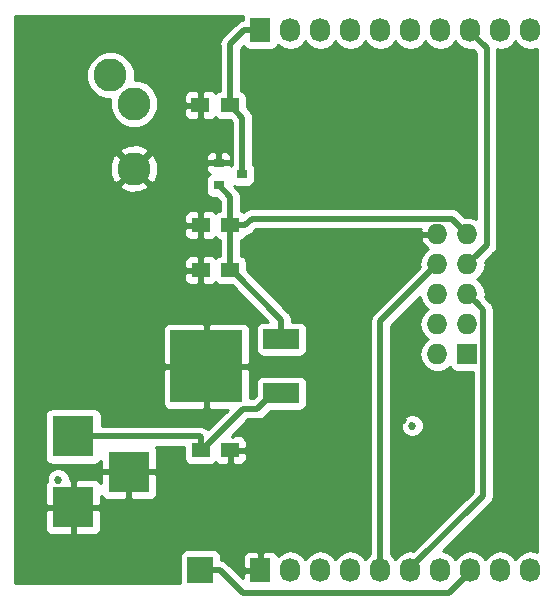
<source format=gbr>
G04 #@! TF.GenerationSoftware,KiCad,Pcbnew,5.0.0-rc2*
G04 #@! TF.CreationDate,2018-12-06T01:23:10-05:00*
G04 #@! TF.ProjectId,msp_shield,6D73705F736869656C642E6B69636164,rev?*
G04 #@! TF.SameCoordinates,Original*
G04 #@! TF.FileFunction,Copper,L1,Top,Signal*
G04 #@! TF.FilePolarity,Positive*
%FSLAX46Y46*%
G04 Gerber Fmt 4.6, Leading zero omitted, Abs format (unit mm)*
G04 Created by KiCad (PCBNEW 5.0.0-rc2) date Thu Dec  6 01:23:10 2018*
%MOMM*%
%LPD*%
G01*
G04 APERTURE LIST*
G04 #@! TA.AperFunction,ComponentPad*
%ADD10R,2.235200X2.235200*%
G04 #@! TD*
G04 #@! TA.AperFunction,SMDPad,CuDef*
%ADD11R,1.500000X1.250000*%
G04 #@! TD*
G04 #@! TA.AperFunction,ComponentPad*
%ADD12R,3.500120X3.500120*%
G04 #@! TD*
G04 #@! TA.AperFunction,ComponentPad*
%ADD13C,2.800000*%
G04 #@! TD*
G04 #@! TA.AperFunction,ComponentPad*
%ADD14R,1.727200X2.032000*%
G04 #@! TD*
G04 #@! TA.AperFunction,ComponentPad*
%ADD15O,1.727200X2.032000*%
G04 #@! TD*
G04 #@! TA.AperFunction,ComponentPad*
%ADD16R,1.727200X1.727200*%
G04 #@! TD*
G04 #@! TA.AperFunction,ComponentPad*
%ADD17O,1.727200X1.727200*%
G04 #@! TD*
G04 #@! TA.AperFunction,SMDPad,CuDef*
%ADD18R,3.048000X1.651000*%
G04 #@! TD*
G04 #@! TA.AperFunction,SMDPad,CuDef*
%ADD19R,6.096000X6.096000*%
G04 #@! TD*
G04 #@! TA.AperFunction,SMDPad,CuDef*
%ADD20R,0.900000X0.800000*%
G04 #@! TD*
G04 #@! TA.AperFunction,ViaPad*
%ADD21C,0.685800*%
G04 #@! TD*
G04 #@! TA.AperFunction,Conductor*
%ADD22C,0.508000*%
G04 #@! TD*
G04 #@! TA.AperFunction,Conductor*
%ADD23C,0.254000*%
G04 #@! TD*
G04 APERTURE END LIST*
D10*
G04 #@! TO.P,P3,1*
G04 #@! TO.N,/P2.5*
X131426646Y-111804226D03*
G04 #@! TD*
D11*
G04 #@! TO.P,C1,1*
G04 #@! TO.N,Net-(C1-Pad1)*
X131446646Y-101644226D03*
G04 #@! TO.P,C1,2*
G04 #@! TO.N,GND*
X133946646Y-101644226D03*
G04 #@! TD*
G04 #@! TO.P,C2,2*
G04 #@! TO.N,GND*
X131446646Y-86404226D03*
G04 #@! TO.P,C2,1*
G04 #@! TO.N,+5V*
X133946646Y-86404226D03*
G04 #@! TD*
G04 #@! TO.P,C3,1*
G04 #@! TO.N,+5V*
X133946646Y-82594226D03*
G04 #@! TO.P,C3,2*
G04 #@! TO.N,GND*
X131446646Y-82594226D03*
G04 #@! TD*
G04 #@! TO.P,C4,2*
G04 #@! TO.N,GND*
X131426646Y-72434226D03*
G04 #@! TO.P,C4,1*
G04 #@! TO.N,+3V3*
X133926646Y-72434226D03*
G04 #@! TD*
D12*
G04 #@! TO.P,CON1,1*
G04 #@! TO.N,Net-(C1-Pad1)*
X120650000Y-100479860D03*
G04 #@! TO.P,CON1,2*
G04 #@! TO.N,GND*
X120650000Y-106479340D03*
G04 #@! TO.P,CON1,3*
X125349000Y-103479600D03*
G04 #@! TD*
D13*
G04 #@! TO.P,J1,S*
G04 #@! TO.N,/P1.1*
X123806646Y-69894226D03*
G04 #@! TO.P,J1,T*
G04 #@! TO.N,/P1.2*
X125806646Y-72294226D03*
G04 #@! TO.P,J1,R*
G04 #@! TO.N,GND*
X125806646Y-77794226D03*
G04 #@! TD*
D14*
G04 #@! TO.P,P1,1*
G04 #@! TO.N,GND*
X136506646Y-111804226D03*
D15*
G04 #@! TO.P,P1,2*
G04 #@! TO.N,/XIN*
X139046646Y-111804226D03*
G04 #@! TO.P,P1,3*
G04 #@! TO.N,/XOUT*
X141586646Y-111804226D03*
G04 #@! TO.P,P1,4*
G04 #@! TO.N,/TEST*
X144126646Y-111804226D03*
G04 #@! TO.P,P1,5*
G04 #@! TO.N,/RST*
X146666646Y-111804226D03*
G04 #@! TO.P,P1,6*
G04 #@! TO.N,/MOSI*
X149206646Y-111804226D03*
G04 #@! TO.P,P1,7*
G04 #@! TO.N,/MISO*
X151746646Y-111804226D03*
G04 #@! TO.P,P1,8*
G04 #@! TO.N,/P2.5*
X154286646Y-111804226D03*
G04 #@! TO.P,P1,9*
G04 #@! TO.N,/P2.4*
X156826646Y-111804226D03*
G04 #@! TO.P,P1,10*
G04 #@! TO.N,/P2.3*
X159366646Y-111804226D03*
G04 #@! TD*
G04 #@! TO.P,P2,10*
G04 #@! TO.N,/P2.2*
X159366646Y-66084226D03*
G04 #@! TO.P,P2,9*
G04 #@! TO.N,/P2.1*
X156826646Y-66084226D03*
G04 #@! TO.P,P2,8*
G04 #@! TO.N,/CS*
X154286646Y-66084226D03*
G04 #@! TO.P,P2,7*
G04 #@! TO.N,/P1.5*
X151746646Y-66084226D03*
G04 #@! TO.P,P2,6*
G04 #@! TO.N,/P1.4*
X149206646Y-66084226D03*
G04 #@! TO.P,P2,5*
G04 #@! TO.N,/P1.3*
X146666646Y-66084226D03*
G04 #@! TO.P,P2,4*
G04 #@! TO.N,/P1.2*
X144126646Y-66084226D03*
G04 #@! TO.P,P2,3*
G04 #@! TO.N,/P1.1*
X141586646Y-66084226D03*
G04 #@! TO.P,P2,2*
G04 #@! TO.N,/P1.0*
X139046646Y-66084226D03*
D14*
G04 #@! TO.P,P2,1*
G04 #@! TO.N,+3V3*
X136506646Y-66084226D03*
G04 #@! TD*
D16*
G04 #@! TO.P,P4,1*
G04 #@! TO.N,/CLKOUT*
X154032646Y-93516226D03*
D17*
G04 #@! TO.P,P4,2*
G04 #@! TO.N,/INT*
X151492646Y-93516226D03*
G04 #@! TO.P,P4,3*
G04 #@! TO.N,/WOL*
X154032646Y-90976226D03*
G04 #@! TO.P,P4,4*
G04 #@! TO.N,/MISO*
X151492646Y-90976226D03*
G04 #@! TO.P,P4,5*
G04 #@! TO.N,/MOSI*
X154032646Y-88436226D03*
G04 #@! TO.P,P4,6*
G04 #@! TO.N,/P1.5*
X151492646Y-88436226D03*
G04 #@! TO.P,P4,7*
G04 #@! TO.N,/CS*
X154032646Y-85896226D03*
G04 #@! TO.P,P4,8*
G04 #@! TO.N,/RST*
X151492646Y-85896226D03*
G04 #@! TO.P,P4,9*
G04 #@! TO.N,+5V*
X154032646Y-83356226D03*
G04 #@! TO.P,P4,10*
G04 #@! TO.N,GND*
X151492646Y-83356226D03*
G04 #@! TD*
D18*
G04 #@! TO.P,U1,1*
G04 #@! TO.N,Net-(C1-Pad1)*
X138284646Y-96818226D03*
D19*
G04 #@! TO.P,U1,2*
G04 #@! TO.N,GND*
X131934646Y-94532226D03*
D18*
G04 #@! TO.P,U1,3*
G04 #@! TO.N,+5V*
X138284646Y-92246226D03*
G04 #@! TD*
D20*
G04 #@! TO.P,U2,1*
G04 #@! TO.N,GND*
X132966646Y-77326226D03*
G04 #@! TO.P,U2,2*
G04 #@! TO.N,+5V*
X132966646Y-79226226D03*
G04 #@! TO.P,U2,3*
G04 #@! TO.N,+3V3*
X134966646Y-78276226D03*
G04 #@! TD*
D21*
G04 #@! TO.N,*
X149352000Y-99568000D03*
X119380000Y-104140000D03*
G04 #@! TO.N,GND*
X148590000Y-99060000D03*
X147828000Y-98552000D03*
X142240000Y-97536000D03*
X138684000Y-100076000D03*
X142240000Y-103632000D03*
X157480000Y-101600000D03*
X157480000Y-94996000D03*
X146304000Y-86868000D03*
X145288000Y-85344000D03*
X141732000Y-84836000D03*
X140716000Y-84328000D03*
X139192000Y-84836000D03*
X137160000Y-85344000D03*
X140716000Y-71120000D03*
X140716000Y-71120000D03*
X140716000Y-71120000D03*
X136652000Y-106172000D03*
X129540000Y-108204000D03*
X129032000Y-106680000D03*
G04 #@! TD*
D22*
G04 #@! TO.N,Net-(C1-Pad1)*
X131415280Y-100479860D02*
X131446646Y-100511226D01*
X131446646Y-100511226D02*
X131446646Y-101644226D01*
X120650000Y-100479860D02*
X131415280Y-100479860D01*
X137586146Y-96818226D02*
X138284646Y-96818226D01*
X136252646Y-98151726D02*
X137586146Y-96818226D01*
X135064146Y-98151726D02*
X136252646Y-98151726D01*
X131571646Y-101644226D02*
X135064146Y-98151726D01*
X131446646Y-101644226D02*
X131571646Y-101644226D01*
G04 #@! TO.N,+5V*
X134071646Y-86404226D02*
X133946646Y-86404226D01*
X138284646Y-90617226D02*
X134071646Y-86404226D01*
X138284646Y-92246226D02*
X138284646Y-90617226D01*
X133946646Y-86404226D02*
X133946646Y-82594226D01*
X133946646Y-80206226D02*
X132966646Y-79226226D01*
X133946646Y-82594226D02*
X133946646Y-80206226D01*
X153169047Y-82492627D02*
X154032646Y-83356226D01*
X152715045Y-82038625D02*
X153169047Y-82492627D01*
X135760247Y-82038625D02*
X152715045Y-82038625D01*
X135204646Y-82594226D02*
X135760247Y-82038625D01*
X133946646Y-82594226D02*
X135204646Y-82594226D01*
G04 #@! TO.N,+3V3*
X134966646Y-73474226D02*
X133926646Y-72434226D01*
X134966646Y-78276226D02*
X134966646Y-73474226D01*
X135135046Y-66084226D02*
X136506646Y-66084226D01*
X133926646Y-67292626D02*
X135135046Y-66084226D01*
X133926646Y-72434226D02*
X133926646Y-67292626D01*
G04 #@! TO.N,/RST*
X146666646Y-90722226D02*
X151492646Y-85896226D01*
X146666646Y-111804226D02*
X146666646Y-90722226D01*
G04 #@! TO.N,/MOSI*
X154896245Y-89299825D02*
X154032646Y-88436226D01*
X155350247Y-89753827D02*
X154896245Y-89299825D01*
X155350247Y-105508225D02*
X155350247Y-89753827D01*
X149206646Y-111651826D02*
X155350247Y-105508225D01*
X149206646Y-111804226D02*
X149206646Y-111651826D01*
G04 #@! TO.N,/P2.5*
X154286646Y-111956626D02*
X154286646Y-111804226D01*
X152472282Y-113770990D02*
X154286646Y-111956626D01*
X133052246Y-111804226D02*
X135019010Y-113770990D01*
X135019010Y-113770990D02*
X152472282Y-113770990D01*
X131426646Y-111804226D02*
X133052246Y-111804226D01*
G04 #@! TO.N,/CS*
X154896245Y-85032627D02*
X154032646Y-85896226D01*
X155658246Y-84270626D02*
X154896245Y-85032627D01*
X155658246Y-67608226D02*
X155658246Y-84270626D01*
X154286646Y-66236626D02*
X155658246Y-67608226D01*
X154286646Y-66084226D02*
X154286646Y-66236626D01*
G04 #@! TD*
D23*
G04 #@! TO.N,GND*
G36*
X134995606Y-65068226D02*
X134995606Y-65205546D01*
X134788175Y-65246807D01*
X134663354Y-65330210D01*
X134494113Y-65443293D01*
X134444517Y-65517519D01*
X133359940Y-66602097D01*
X133285714Y-66651693D01*
X133236118Y-66725919D01*
X133236117Y-66725920D01*
X133089228Y-66945756D01*
X133020230Y-67292626D01*
X133037647Y-67380185D01*
X133037646Y-71189434D01*
X132928881Y-71211069D01*
X132718837Y-71351417D01*
X132677992Y-71412546D01*
X132536344Y-71270899D01*
X132302955Y-71174226D01*
X131712396Y-71174226D01*
X131553646Y-71332976D01*
X131553646Y-72307226D01*
X131573646Y-72307226D01*
X131573646Y-72561226D01*
X131553646Y-72561226D01*
X131553646Y-73535476D01*
X131712396Y-73694226D01*
X132302955Y-73694226D01*
X132536344Y-73597553D01*
X132677992Y-73455906D01*
X132718837Y-73517035D01*
X132928881Y-73657383D01*
X133176646Y-73706666D01*
X133941850Y-73706666D01*
X134077647Y-73842463D01*
X134077646Y-77405849D01*
X134058837Y-77418417D01*
X133978427Y-77538757D01*
X133892896Y-77453226D01*
X133093646Y-77453226D01*
X133093646Y-77473226D01*
X132839646Y-77473226D01*
X132839646Y-77453226D01*
X132040396Y-77453226D01*
X131881646Y-77611976D01*
X131881646Y-77852536D01*
X131978319Y-78085925D01*
X132156948Y-78264553D01*
X132192340Y-78279213D01*
X132058837Y-78368417D01*
X131918489Y-78578461D01*
X131869206Y-78826226D01*
X131869206Y-79626226D01*
X131918489Y-79873991D01*
X132058837Y-80084035D01*
X132268881Y-80224383D01*
X132516646Y-80273666D01*
X132756851Y-80273666D01*
X133057647Y-80574463D01*
X133057647Y-81349434D01*
X132948881Y-81371069D01*
X132738837Y-81511417D01*
X132697992Y-81572546D01*
X132556344Y-81430899D01*
X132322955Y-81334226D01*
X131732396Y-81334226D01*
X131573646Y-81492976D01*
X131573646Y-82467226D01*
X131593646Y-82467226D01*
X131593646Y-82721226D01*
X131573646Y-82721226D01*
X131573646Y-83695476D01*
X131732396Y-83854226D01*
X132322955Y-83854226D01*
X132556344Y-83757553D01*
X132697992Y-83615906D01*
X132738837Y-83677035D01*
X132948881Y-83817383D01*
X133057647Y-83839018D01*
X133057646Y-85159434D01*
X132948881Y-85181069D01*
X132738837Y-85321417D01*
X132697992Y-85382546D01*
X132556344Y-85240899D01*
X132322955Y-85144226D01*
X131732396Y-85144226D01*
X131573646Y-85302976D01*
X131573646Y-86277226D01*
X131593646Y-86277226D01*
X131593646Y-86531226D01*
X131573646Y-86531226D01*
X131573646Y-87505476D01*
X131732396Y-87664226D01*
X132322955Y-87664226D01*
X132556344Y-87567553D01*
X132697992Y-87425906D01*
X132738837Y-87487035D01*
X132948881Y-87627383D01*
X133196646Y-87676666D01*
X134086851Y-87676666D01*
X137183470Y-90773286D01*
X136760646Y-90773286D01*
X136512881Y-90822569D01*
X136302837Y-90962917D01*
X136162489Y-91172961D01*
X136113206Y-91420726D01*
X136113206Y-93071726D01*
X136162489Y-93319491D01*
X136302837Y-93529535D01*
X136512881Y-93669883D01*
X136760646Y-93719166D01*
X139808646Y-93719166D01*
X140056411Y-93669883D01*
X140266455Y-93529535D01*
X140406803Y-93319491D01*
X140456086Y-93071726D01*
X140456086Y-91420726D01*
X140406803Y-91172961D01*
X140266455Y-90962917D01*
X140056411Y-90822569D01*
X139808646Y-90773286D01*
X139173646Y-90773286D01*
X139173646Y-90704781D01*
X139191062Y-90617226D01*
X139173646Y-90529670D01*
X139122065Y-90270357D01*
X139045334Y-90155520D01*
X138975175Y-90050519D01*
X138975173Y-90050517D01*
X138925579Y-89976294D01*
X138851356Y-89926700D01*
X135344086Y-86419431D01*
X135344086Y-85779226D01*
X135294803Y-85531461D01*
X135154455Y-85321417D01*
X134944411Y-85181069D01*
X134835645Y-85159434D01*
X134835646Y-83839018D01*
X134944411Y-83817383D01*
X135154455Y-83677035D01*
X135282691Y-83485118D01*
X135292201Y-83483226D01*
X135292202Y-83483226D01*
X135551516Y-83431645D01*
X135845579Y-83235159D01*
X135895177Y-83160930D01*
X136128482Y-82927625D01*
X150066505Y-82927625D01*
X150037688Y-82997200D01*
X150158829Y-83229226D01*
X151365646Y-83229226D01*
X151365646Y-83209226D01*
X151619646Y-83209226D01*
X151619646Y-83229226D01*
X151639646Y-83229226D01*
X151639646Y-83483226D01*
X151619646Y-83483226D01*
X151619646Y-83503226D01*
X151365646Y-83503226D01*
X151365646Y-83483226D01*
X150158829Y-83483226D01*
X150037688Y-83715252D01*
X150209958Y-84131173D01*
X150604156Y-84563047D01*
X150713667Y-84614372D01*
X150412216Y-84815796D01*
X150080996Y-85311501D01*
X149964687Y-85896226D01*
X150009603Y-86122033D01*
X146099940Y-90031697D01*
X146025714Y-90081293D01*
X145976118Y-90155519D01*
X145976117Y-90155520D01*
X145829228Y-90375356D01*
X145760230Y-90722226D01*
X145777647Y-90809786D01*
X145777646Y-110443487D01*
X145586216Y-110571397D01*
X145396646Y-110855108D01*
X145207075Y-110571396D01*
X144711370Y-110240176D01*
X144126646Y-110123867D01*
X143541921Y-110240177D01*
X143046216Y-110571397D01*
X142856646Y-110855108D01*
X142667075Y-110571396D01*
X142171370Y-110240176D01*
X141586646Y-110123867D01*
X141001921Y-110240177D01*
X140506216Y-110571397D01*
X140316646Y-110855108D01*
X140127075Y-110571396D01*
X139631370Y-110240176D01*
X139046646Y-110123867D01*
X138461921Y-110240177D01*
X137967419Y-110570593D01*
X137908573Y-110428528D01*
X137729945Y-110249899D01*
X137496556Y-110153226D01*
X136792396Y-110153226D01*
X136633646Y-110311976D01*
X136633646Y-111677226D01*
X136653646Y-111677226D01*
X136653646Y-111931226D01*
X136633646Y-111931226D01*
X136633646Y-111951226D01*
X136379646Y-111951226D01*
X136379646Y-111931226D01*
X135166796Y-111931226D01*
X135008046Y-112089976D01*
X135008046Y-112502790D01*
X133742777Y-111237522D01*
X133693179Y-111163293D01*
X133399116Y-110966807D01*
X133191686Y-110925546D01*
X133191686Y-110686626D01*
X133186772Y-110661917D01*
X135008046Y-110661917D01*
X135008046Y-111518476D01*
X135166796Y-111677226D01*
X136379646Y-111677226D01*
X136379646Y-110311976D01*
X136220896Y-110153226D01*
X135516736Y-110153226D01*
X135283347Y-110249899D01*
X135104719Y-110428528D01*
X135008046Y-110661917D01*
X133186772Y-110661917D01*
X133142403Y-110438861D01*
X133002055Y-110228817D01*
X132792011Y-110088469D01*
X132544246Y-110039186D01*
X130309046Y-110039186D01*
X130061281Y-110088469D01*
X129851237Y-110228817D01*
X129710889Y-110438861D01*
X129661606Y-110686626D01*
X129661606Y-112903000D01*
X115697000Y-112903000D01*
X115697000Y-106765090D01*
X118264940Y-106765090D01*
X118264940Y-108355709D01*
X118361613Y-108589098D01*
X118540241Y-108767727D01*
X118773630Y-108864400D01*
X120364250Y-108864400D01*
X120523000Y-108705650D01*
X120523000Y-106606340D01*
X120777000Y-106606340D01*
X120777000Y-108705650D01*
X120935750Y-108864400D01*
X122526370Y-108864400D01*
X122759759Y-108767727D01*
X122938387Y-108589098D01*
X123035060Y-108355709D01*
X123035060Y-106765090D01*
X122876310Y-106606340D01*
X120777000Y-106606340D01*
X120523000Y-106606340D01*
X118423690Y-106606340D01*
X118264940Y-106765090D01*
X115697000Y-106765090D01*
X115697000Y-104602971D01*
X118264940Y-104602971D01*
X118264940Y-106193590D01*
X118423690Y-106352340D01*
X120523000Y-106352340D01*
X120523000Y-104253030D01*
X120777000Y-104253030D01*
X120777000Y-106352340D01*
X122876310Y-106352340D01*
X123035060Y-106193590D01*
X123035060Y-105527668D01*
X123060613Y-105589358D01*
X123239241Y-105767987D01*
X123472630Y-105864660D01*
X125063250Y-105864660D01*
X125222000Y-105705910D01*
X125222000Y-103606600D01*
X125476000Y-103606600D01*
X125476000Y-105705910D01*
X125634750Y-105864660D01*
X127225370Y-105864660D01*
X127458759Y-105767987D01*
X127637387Y-105589358D01*
X127734060Y-105355969D01*
X127734060Y-103765350D01*
X127575310Y-103606600D01*
X125476000Y-103606600D01*
X125222000Y-103606600D01*
X123122690Y-103606600D01*
X122963940Y-103765350D01*
X122963940Y-104431272D01*
X122938387Y-104369582D01*
X122759759Y-104190953D01*
X122526370Y-104094280D01*
X120935750Y-104094280D01*
X120777000Y-104253030D01*
X120523000Y-104253030D01*
X120364250Y-104094280D01*
X120357900Y-104094280D01*
X120357900Y-103945484D01*
X120209023Y-103586064D01*
X119933936Y-103310977D01*
X119574516Y-103162100D01*
X119185484Y-103162100D01*
X118826064Y-103310977D01*
X118550977Y-103586064D01*
X118402100Y-103945484D01*
X118402100Y-104329095D01*
X118361613Y-104369582D01*
X118264940Y-104602971D01*
X115697000Y-104602971D01*
X115697000Y-98729800D01*
X118252500Y-98729800D01*
X118252500Y-102229920D01*
X118301783Y-102477685D01*
X118442131Y-102687729D01*
X118652175Y-102828077D01*
X118899940Y-102877360D01*
X122400060Y-102877360D01*
X122647825Y-102828077D01*
X122857869Y-102687729D01*
X122963940Y-102528984D01*
X122963940Y-103193850D01*
X123122690Y-103352600D01*
X125222000Y-103352600D01*
X125222000Y-103332600D01*
X125476000Y-103332600D01*
X125476000Y-103352600D01*
X127575310Y-103352600D01*
X127734060Y-103193850D01*
X127734060Y-101603231D01*
X127637387Y-101369842D01*
X127636405Y-101368860D01*
X130049206Y-101368860D01*
X130049206Y-102269226D01*
X130098489Y-102516991D01*
X130238837Y-102727035D01*
X130448881Y-102867383D01*
X130696646Y-102916666D01*
X132196646Y-102916666D01*
X132444411Y-102867383D01*
X132654455Y-102727035D01*
X132695300Y-102665906D01*
X132836948Y-102807553D01*
X133070337Y-102904226D01*
X133660896Y-102904226D01*
X133819646Y-102745476D01*
X133819646Y-101771226D01*
X134073646Y-101771226D01*
X134073646Y-102745476D01*
X134232396Y-102904226D01*
X134822955Y-102904226D01*
X135056344Y-102807553D01*
X135234973Y-102628925D01*
X135331646Y-102395536D01*
X135331646Y-101929976D01*
X135172896Y-101771226D01*
X134073646Y-101771226D01*
X133819646Y-101771226D01*
X133799646Y-101771226D01*
X133799646Y-101517226D01*
X133819646Y-101517226D01*
X133819646Y-101497226D01*
X134073646Y-101497226D01*
X134073646Y-101517226D01*
X135172896Y-101517226D01*
X135331646Y-101358476D01*
X135331646Y-100892916D01*
X135234973Y-100659527D01*
X135056344Y-100480899D01*
X134822955Y-100384226D01*
X134232396Y-100384226D01*
X134073648Y-100542974D01*
X134073648Y-100399459D01*
X135432382Y-99040726D01*
X136165091Y-99040726D01*
X136252646Y-99058142D01*
X136340201Y-99040726D01*
X136340202Y-99040726D01*
X136599516Y-98989145D01*
X136893579Y-98792659D01*
X136943177Y-98718430D01*
X137370441Y-98291166D01*
X139808646Y-98291166D01*
X140056411Y-98241883D01*
X140266455Y-98101535D01*
X140406803Y-97891491D01*
X140456086Y-97643726D01*
X140456086Y-95992726D01*
X140406803Y-95744961D01*
X140266455Y-95534917D01*
X140056411Y-95394569D01*
X139808646Y-95345286D01*
X136760646Y-95345286D01*
X136512881Y-95394569D01*
X136302837Y-95534917D01*
X136162489Y-95744961D01*
X136113206Y-95992726D01*
X136113206Y-97033931D01*
X135884411Y-97262726D01*
X135617646Y-97262726D01*
X135617646Y-94817976D01*
X135458896Y-94659226D01*
X132061646Y-94659226D01*
X132061646Y-98056476D01*
X132220396Y-98215226D01*
X133743410Y-98215226D01*
X132087885Y-99870752D01*
X132087578Y-99870293D01*
X132068777Y-99857731D01*
X132056213Y-99838927D01*
X131762150Y-99642441D01*
X131502836Y-99590860D01*
X131502835Y-99590860D01*
X131415280Y-99573444D01*
X131327725Y-99590860D01*
X123047500Y-99590860D01*
X123047500Y-98729800D01*
X122998217Y-98482035D01*
X122857869Y-98271991D01*
X122647825Y-98131643D01*
X122400060Y-98082360D01*
X118899940Y-98082360D01*
X118652175Y-98131643D01*
X118442131Y-98271991D01*
X118301783Y-98482035D01*
X118252500Y-98729800D01*
X115697000Y-98729800D01*
X115697000Y-94817976D01*
X128251646Y-94817976D01*
X128251646Y-97706535D01*
X128348319Y-97939924D01*
X128526947Y-98118553D01*
X128760336Y-98215226D01*
X131648896Y-98215226D01*
X131807646Y-98056476D01*
X131807646Y-94659226D01*
X128410396Y-94659226D01*
X128251646Y-94817976D01*
X115697000Y-94817976D01*
X115697000Y-91357917D01*
X128251646Y-91357917D01*
X128251646Y-94246476D01*
X128410396Y-94405226D01*
X131807646Y-94405226D01*
X131807646Y-91007976D01*
X132061646Y-91007976D01*
X132061646Y-94405226D01*
X135458896Y-94405226D01*
X135617646Y-94246476D01*
X135617646Y-91357917D01*
X135520973Y-91124528D01*
X135342345Y-90945899D01*
X135108956Y-90849226D01*
X132220396Y-90849226D01*
X132061646Y-91007976D01*
X131807646Y-91007976D01*
X131648896Y-90849226D01*
X128760336Y-90849226D01*
X128526947Y-90945899D01*
X128348319Y-91124528D01*
X128251646Y-91357917D01*
X115697000Y-91357917D01*
X115697000Y-86689976D01*
X130061646Y-86689976D01*
X130061646Y-87155536D01*
X130158319Y-87388925D01*
X130336948Y-87567553D01*
X130570337Y-87664226D01*
X131160896Y-87664226D01*
X131319646Y-87505476D01*
X131319646Y-86531226D01*
X130220396Y-86531226D01*
X130061646Y-86689976D01*
X115697000Y-86689976D01*
X115697000Y-85652916D01*
X130061646Y-85652916D01*
X130061646Y-86118476D01*
X130220396Y-86277226D01*
X131319646Y-86277226D01*
X131319646Y-85302976D01*
X131160896Y-85144226D01*
X130570337Y-85144226D01*
X130336948Y-85240899D01*
X130158319Y-85419527D01*
X130061646Y-85652916D01*
X115697000Y-85652916D01*
X115697000Y-82879976D01*
X130061646Y-82879976D01*
X130061646Y-83345536D01*
X130158319Y-83578925D01*
X130336948Y-83757553D01*
X130570337Y-83854226D01*
X131160896Y-83854226D01*
X131319646Y-83695476D01*
X131319646Y-82721226D01*
X130220396Y-82721226D01*
X130061646Y-82879976D01*
X115697000Y-82879976D01*
X115697000Y-81842916D01*
X130061646Y-81842916D01*
X130061646Y-82308476D01*
X130220396Y-82467226D01*
X131319646Y-82467226D01*
X131319646Y-81492976D01*
X131160896Y-81334226D01*
X130570337Y-81334226D01*
X130336948Y-81430899D01*
X130158319Y-81609527D01*
X130061646Y-81842916D01*
X115697000Y-81842916D01*
X115697000Y-79235950D01*
X124544528Y-79235950D01*
X124692101Y-79544332D01*
X125446677Y-79837631D01*
X126256055Y-79819840D01*
X126921191Y-79544332D01*
X127068764Y-79235950D01*
X125806646Y-77973831D01*
X124544528Y-79235950D01*
X115697000Y-79235950D01*
X115697000Y-77434257D01*
X123763241Y-77434257D01*
X123781032Y-78243635D01*
X124056540Y-78908771D01*
X124364922Y-79056344D01*
X125627041Y-77794226D01*
X125986251Y-77794226D01*
X127248370Y-79056344D01*
X127556752Y-78908771D01*
X127850051Y-78154195D01*
X127832260Y-77344817D01*
X127606555Y-76799916D01*
X131881646Y-76799916D01*
X131881646Y-77040476D01*
X132040396Y-77199226D01*
X132839646Y-77199226D01*
X132839646Y-76449976D01*
X133093646Y-76449976D01*
X133093646Y-77199226D01*
X133892896Y-77199226D01*
X134051646Y-77040476D01*
X134051646Y-76799916D01*
X133954973Y-76566527D01*
X133776344Y-76387899D01*
X133542955Y-76291226D01*
X133252396Y-76291226D01*
X133093646Y-76449976D01*
X132839646Y-76449976D01*
X132680896Y-76291226D01*
X132390337Y-76291226D01*
X132156948Y-76387899D01*
X131978319Y-76566527D01*
X131881646Y-76799916D01*
X127606555Y-76799916D01*
X127556752Y-76679681D01*
X127248370Y-76532108D01*
X125986251Y-77794226D01*
X125627041Y-77794226D01*
X124364922Y-76532108D01*
X124056540Y-76679681D01*
X123763241Y-77434257D01*
X115697000Y-77434257D01*
X115697000Y-76352502D01*
X124544528Y-76352502D01*
X125806646Y-77614621D01*
X127068764Y-76352502D01*
X126921191Y-76044120D01*
X126166615Y-75750821D01*
X125357237Y-75768612D01*
X124692101Y-76044120D01*
X124544528Y-76352502D01*
X115697000Y-76352502D01*
X115697000Y-69489439D01*
X121771646Y-69489439D01*
X121771646Y-70299013D01*
X122081456Y-71046961D01*
X122653911Y-71619416D01*
X123401859Y-71929226D01*
X123771646Y-71929226D01*
X123771646Y-72699013D01*
X124081456Y-73446961D01*
X124653911Y-74019416D01*
X125401859Y-74329226D01*
X126211433Y-74329226D01*
X126959381Y-74019416D01*
X127531836Y-73446961D01*
X127832962Y-72719976D01*
X130041646Y-72719976D01*
X130041646Y-73185536D01*
X130138319Y-73418925D01*
X130316948Y-73597553D01*
X130550337Y-73694226D01*
X131140896Y-73694226D01*
X131299646Y-73535476D01*
X131299646Y-72561226D01*
X130200396Y-72561226D01*
X130041646Y-72719976D01*
X127832962Y-72719976D01*
X127841646Y-72699013D01*
X127841646Y-71889439D01*
X127756102Y-71682916D01*
X130041646Y-71682916D01*
X130041646Y-72148476D01*
X130200396Y-72307226D01*
X131299646Y-72307226D01*
X131299646Y-71332976D01*
X131140896Y-71174226D01*
X130550337Y-71174226D01*
X130316948Y-71270899D01*
X130138319Y-71449527D01*
X130041646Y-71682916D01*
X127756102Y-71682916D01*
X127531836Y-71141491D01*
X126959381Y-70569036D01*
X126211433Y-70259226D01*
X125841646Y-70259226D01*
X125841646Y-69489439D01*
X125531836Y-68741491D01*
X124959381Y-68169036D01*
X124211433Y-67859226D01*
X123401859Y-67859226D01*
X122653911Y-68169036D01*
X122081456Y-68741491D01*
X121771646Y-69489439D01*
X115697000Y-69489439D01*
X115697000Y-64897000D01*
X135029665Y-64897000D01*
X134995606Y-65068226D01*
X134995606Y-65068226D01*
G37*
X134995606Y-65068226D02*
X134995606Y-65205546D01*
X134788175Y-65246807D01*
X134663354Y-65330210D01*
X134494113Y-65443293D01*
X134444517Y-65517519D01*
X133359940Y-66602097D01*
X133285714Y-66651693D01*
X133236118Y-66725919D01*
X133236117Y-66725920D01*
X133089228Y-66945756D01*
X133020230Y-67292626D01*
X133037647Y-67380185D01*
X133037646Y-71189434D01*
X132928881Y-71211069D01*
X132718837Y-71351417D01*
X132677992Y-71412546D01*
X132536344Y-71270899D01*
X132302955Y-71174226D01*
X131712396Y-71174226D01*
X131553646Y-71332976D01*
X131553646Y-72307226D01*
X131573646Y-72307226D01*
X131573646Y-72561226D01*
X131553646Y-72561226D01*
X131553646Y-73535476D01*
X131712396Y-73694226D01*
X132302955Y-73694226D01*
X132536344Y-73597553D01*
X132677992Y-73455906D01*
X132718837Y-73517035D01*
X132928881Y-73657383D01*
X133176646Y-73706666D01*
X133941850Y-73706666D01*
X134077647Y-73842463D01*
X134077646Y-77405849D01*
X134058837Y-77418417D01*
X133978427Y-77538757D01*
X133892896Y-77453226D01*
X133093646Y-77453226D01*
X133093646Y-77473226D01*
X132839646Y-77473226D01*
X132839646Y-77453226D01*
X132040396Y-77453226D01*
X131881646Y-77611976D01*
X131881646Y-77852536D01*
X131978319Y-78085925D01*
X132156948Y-78264553D01*
X132192340Y-78279213D01*
X132058837Y-78368417D01*
X131918489Y-78578461D01*
X131869206Y-78826226D01*
X131869206Y-79626226D01*
X131918489Y-79873991D01*
X132058837Y-80084035D01*
X132268881Y-80224383D01*
X132516646Y-80273666D01*
X132756851Y-80273666D01*
X133057647Y-80574463D01*
X133057647Y-81349434D01*
X132948881Y-81371069D01*
X132738837Y-81511417D01*
X132697992Y-81572546D01*
X132556344Y-81430899D01*
X132322955Y-81334226D01*
X131732396Y-81334226D01*
X131573646Y-81492976D01*
X131573646Y-82467226D01*
X131593646Y-82467226D01*
X131593646Y-82721226D01*
X131573646Y-82721226D01*
X131573646Y-83695476D01*
X131732396Y-83854226D01*
X132322955Y-83854226D01*
X132556344Y-83757553D01*
X132697992Y-83615906D01*
X132738837Y-83677035D01*
X132948881Y-83817383D01*
X133057647Y-83839018D01*
X133057646Y-85159434D01*
X132948881Y-85181069D01*
X132738837Y-85321417D01*
X132697992Y-85382546D01*
X132556344Y-85240899D01*
X132322955Y-85144226D01*
X131732396Y-85144226D01*
X131573646Y-85302976D01*
X131573646Y-86277226D01*
X131593646Y-86277226D01*
X131593646Y-86531226D01*
X131573646Y-86531226D01*
X131573646Y-87505476D01*
X131732396Y-87664226D01*
X132322955Y-87664226D01*
X132556344Y-87567553D01*
X132697992Y-87425906D01*
X132738837Y-87487035D01*
X132948881Y-87627383D01*
X133196646Y-87676666D01*
X134086851Y-87676666D01*
X137183470Y-90773286D01*
X136760646Y-90773286D01*
X136512881Y-90822569D01*
X136302837Y-90962917D01*
X136162489Y-91172961D01*
X136113206Y-91420726D01*
X136113206Y-93071726D01*
X136162489Y-93319491D01*
X136302837Y-93529535D01*
X136512881Y-93669883D01*
X136760646Y-93719166D01*
X139808646Y-93719166D01*
X140056411Y-93669883D01*
X140266455Y-93529535D01*
X140406803Y-93319491D01*
X140456086Y-93071726D01*
X140456086Y-91420726D01*
X140406803Y-91172961D01*
X140266455Y-90962917D01*
X140056411Y-90822569D01*
X139808646Y-90773286D01*
X139173646Y-90773286D01*
X139173646Y-90704781D01*
X139191062Y-90617226D01*
X139173646Y-90529670D01*
X139122065Y-90270357D01*
X139045334Y-90155520D01*
X138975175Y-90050519D01*
X138975173Y-90050517D01*
X138925579Y-89976294D01*
X138851356Y-89926700D01*
X135344086Y-86419431D01*
X135344086Y-85779226D01*
X135294803Y-85531461D01*
X135154455Y-85321417D01*
X134944411Y-85181069D01*
X134835645Y-85159434D01*
X134835646Y-83839018D01*
X134944411Y-83817383D01*
X135154455Y-83677035D01*
X135282691Y-83485118D01*
X135292201Y-83483226D01*
X135292202Y-83483226D01*
X135551516Y-83431645D01*
X135845579Y-83235159D01*
X135895177Y-83160930D01*
X136128482Y-82927625D01*
X150066505Y-82927625D01*
X150037688Y-82997200D01*
X150158829Y-83229226D01*
X151365646Y-83229226D01*
X151365646Y-83209226D01*
X151619646Y-83209226D01*
X151619646Y-83229226D01*
X151639646Y-83229226D01*
X151639646Y-83483226D01*
X151619646Y-83483226D01*
X151619646Y-83503226D01*
X151365646Y-83503226D01*
X151365646Y-83483226D01*
X150158829Y-83483226D01*
X150037688Y-83715252D01*
X150209958Y-84131173D01*
X150604156Y-84563047D01*
X150713667Y-84614372D01*
X150412216Y-84815796D01*
X150080996Y-85311501D01*
X149964687Y-85896226D01*
X150009603Y-86122033D01*
X146099940Y-90031697D01*
X146025714Y-90081293D01*
X145976118Y-90155519D01*
X145976117Y-90155520D01*
X145829228Y-90375356D01*
X145760230Y-90722226D01*
X145777647Y-90809786D01*
X145777646Y-110443487D01*
X145586216Y-110571397D01*
X145396646Y-110855108D01*
X145207075Y-110571396D01*
X144711370Y-110240176D01*
X144126646Y-110123867D01*
X143541921Y-110240177D01*
X143046216Y-110571397D01*
X142856646Y-110855108D01*
X142667075Y-110571396D01*
X142171370Y-110240176D01*
X141586646Y-110123867D01*
X141001921Y-110240177D01*
X140506216Y-110571397D01*
X140316646Y-110855108D01*
X140127075Y-110571396D01*
X139631370Y-110240176D01*
X139046646Y-110123867D01*
X138461921Y-110240177D01*
X137967419Y-110570593D01*
X137908573Y-110428528D01*
X137729945Y-110249899D01*
X137496556Y-110153226D01*
X136792396Y-110153226D01*
X136633646Y-110311976D01*
X136633646Y-111677226D01*
X136653646Y-111677226D01*
X136653646Y-111931226D01*
X136633646Y-111931226D01*
X136633646Y-111951226D01*
X136379646Y-111951226D01*
X136379646Y-111931226D01*
X135166796Y-111931226D01*
X135008046Y-112089976D01*
X135008046Y-112502790D01*
X133742777Y-111237522D01*
X133693179Y-111163293D01*
X133399116Y-110966807D01*
X133191686Y-110925546D01*
X133191686Y-110686626D01*
X133186772Y-110661917D01*
X135008046Y-110661917D01*
X135008046Y-111518476D01*
X135166796Y-111677226D01*
X136379646Y-111677226D01*
X136379646Y-110311976D01*
X136220896Y-110153226D01*
X135516736Y-110153226D01*
X135283347Y-110249899D01*
X135104719Y-110428528D01*
X135008046Y-110661917D01*
X133186772Y-110661917D01*
X133142403Y-110438861D01*
X133002055Y-110228817D01*
X132792011Y-110088469D01*
X132544246Y-110039186D01*
X130309046Y-110039186D01*
X130061281Y-110088469D01*
X129851237Y-110228817D01*
X129710889Y-110438861D01*
X129661606Y-110686626D01*
X129661606Y-112903000D01*
X115697000Y-112903000D01*
X115697000Y-106765090D01*
X118264940Y-106765090D01*
X118264940Y-108355709D01*
X118361613Y-108589098D01*
X118540241Y-108767727D01*
X118773630Y-108864400D01*
X120364250Y-108864400D01*
X120523000Y-108705650D01*
X120523000Y-106606340D01*
X120777000Y-106606340D01*
X120777000Y-108705650D01*
X120935750Y-108864400D01*
X122526370Y-108864400D01*
X122759759Y-108767727D01*
X122938387Y-108589098D01*
X123035060Y-108355709D01*
X123035060Y-106765090D01*
X122876310Y-106606340D01*
X120777000Y-106606340D01*
X120523000Y-106606340D01*
X118423690Y-106606340D01*
X118264940Y-106765090D01*
X115697000Y-106765090D01*
X115697000Y-104602971D01*
X118264940Y-104602971D01*
X118264940Y-106193590D01*
X118423690Y-106352340D01*
X120523000Y-106352340D01*
X120523000Y-104253030D01*
X120777000Y-104253030D01*
X120777000Y-106352340D01*
X122876310Y-106352340D01*
X123035060Y-106193590D01*
X123035060Y-105527668D01*
X123060613Y-105589358D01*
X123239241Y-105767987D01*
X123472630Y-105864660D01*
X125063250Y-105864660D01*
X125222000Y-105705910D01*
X125222000Y-103606600D01*
X125476000Y-103606600D01*
X125476000Y-105705910D01*
X125634750Y-105864660D01*
X127225370Y-105864660D01*
X127458759Y-105767987D01*
X127637387Y-105589358D01*
X127734060Y-105355969D01*
X127734060Y-103765350D01*
X127575310Y-103606600D01*
X125476000Y-103606600D01*
X125222000Y-103606600D01*
X123122690Y-103606600D01*
X122963940Y-103765350D01*
X122963940Y-104431272D01*
X122938387Y-104369582D01*
X122759759Y-104190953D01*
X122526370Y-104094280D01*
X120935750Y-104094280D01*
X120777000Y-104253030D01*
X120523000Y-104253030D01*
X120364250Y-104094280D01*
X120357900Y-104094280D01*
X120357900Y-103945484D01*
X120209023Y-103586064D01*
X119933936Y-103310977D01*
X119574516Y-103162100D01*
X119185484Y-103162100D01*
X118826064Y-103310977D01*
X118550977Y-103586064D01*
X118402100Y-103945484D01*
X118402100Y-104329095D01*
X118361613Y-104369582D01*
X118264940Y-104602971D01*
X115697000Y-104602971D01*
X115697000Y-98729800D01*
X118252500Y-98729800D01*
X118252500Y-102229920D01*
X118301783Y-102477685D01*
X118442131Y-102687729D01*
X118652175Y-102828077D01*
X118899940Y-102877360D01*
X122400060Y-102877360D01*
X122647825Y-102828077D01*
X122857869Y-102687729D01*
X122963940Y-102528984D01*
X122963940Y-103193850D01*
X123122690Y-103352600D01*
X125222000Y-103352600D01*
X125222000Y-103332600D01*
X125476000Y-103332600D01*
X125476000Y-103352600D01*
X127575310Y-103352600D01*
X127734060Y-103193850D01*
X127734060Y-101603231D01*
X127637387Y-101369842D01*
X127636405Y-101368860D01*
X130049206Y-101368860D01*
X130049206Y-102269226D01*
X130098489Y-102516991D01*
X130238837Y-102727035D01*
X130448881Y-102867383D01*
X130696646Y-102916666D01*
X132196646Y-102916666D01*
X132444411Y-102867383D01*
X132654455Y-102727035D01*
X132695300Y-102665906D01*
X132836948Y-102807553D01*
X133070337Y-102904226D01*
X133660896Y-102904226D01*
X133819646Y-102745476D01*
X133819646Y-101771226D01*
X134073646Y-101771226D01*
X134073646Y-102745476D01*
X134232396Y-102904226D01*
X134822955Y-102904226D01*
X135056344Y-102807553D01*
X135234973Y-102628925D01*
X135331646Y-102395536D01*
X135331646Y-101929976D01*
X135172896Y-101771226D01*
X134073646Y-101771226D01*
X133819646Y-101771226D01*
X133799646Y-101771226D01*
X133799646Y-101517226D01*
X133819646Y-101517226D01*
X133819646Y-101497226D01*
X134073646Y-101497226D01*
X134073646Y-101517226D01*
X135172896Y-101517226D01*
X135331646Y-101358476D01*
X135331646Y-100892916D01*
X135234973Y-100659527D01*
X135056344Y-100480899D01*
X134822955Y-100384226D01*
X134232396Y-100384226D01*
X134073648Y-100542974D01*
X134073648Y-100399459D01*
X135432382Y-99040726D01*
X136165091Y-99040726D01*
X136252646Y-99058142D01*
X136340201Y-99040726D01*
X136340202Y-99040726D01*
X136599516Y-98989145D01*
X136893579Y-98792659D01*
X136943177Y-98718430D01*
X137370441Y-98291166D01*
X139808646Y-98291166D01*
X140056411Y-98241883D01*
X140266455Y-98101535D01*
X140406803Y-97891491D01*
X140456086Y-97643726D01*
X140456086Y-95992726D01*
X140406803Y-95744961D01*
X140266455Y-95534917D01*
X140056411Y-95394569D01*
X139808646Y-95345286D01*
X136760646Y-95345286D01*
X136512881Y-95394569D01*
X136302837Y-95534917D01*
X136162489Y-95744961D01*
X136113206Y-95992726D01*
X136113206Y-97033931D01*
X135884411Y-97262726D01*
X135617646Y-97262726D01*
X135617646Y-94817976D01*
X135458896Y-94659226D01*
X132061646Y-94659226D01*
X132061646Y-98056476D01*
X132220396Y-98215226D01*
X133743410Y-98215226D01*
X132087885Y-99870752D01*
X132087578Y-99870293D01*
X132068777Y-99857731D01*
X132056213Y-99838927D01*
X131762150Y-99642441D01*
X131502836Y-99590860D01*
X131502835Y-99590860D01*
X131415280Y-99573444D01*
X131327725Y-99590860D01*
X123047500Y-99590860D01*
X123047500Y-98729800D01*
X122998217Y-98482035D01*
X122857869Y-98271991D01*
X122647825Y-98131643D01*
X122400060Y-98082360D01*
X118899940Y-98082360D01*
X118652175Y-98131643D01*
X118442131Y-98271991D01*
X118301783Y-98482035D01*
X118252500Y-98729800D01*
X115697000Y-98729800D01*
X115697000Y-94817976D01*
X128251646Y-94817976D01*
X128251646Y-97706535D01*
X128348319Y-97939924D01*
X128526947Y-98118553D01*
X128760336Y-98215226D01*
X131648896Y-98215226D01*
X131807646Y-98056476D01*
X131807646Y-94659226D01*
X128410396Y-94659226D01*
X128251646Y-94817976D01*
X115697000Y-94817976D01*
X115697000Y-91357917D01*
X128251646Y-91357917D01*
X128251646Y-94246476D01*
X128410396Y-94405226D01*
X131807646Y-94405226D01*
X131807646Y-91007976D01*
X132061646Y-91007976D01*
X132061646Y-94405226D01*
X135458896Y-94405226D01*
X135617646Y-94246476D01*
X135617646Y-91357917D01*
X135520973Y-91124528D01*
X135342345Y-90945899D01*
X135108956Y-90849226D01*
X132220396Y-90849226D01*
X132061646Y-91007976D01*
X131807646Y-91007976D01*
X131648896Y-90849226D01*
X128760336Y-90849226D01*
X128526947Y-90945899D01*
X128348319Y-91124528D01*
X128251646Y-91357917D01*
X115697000Y-91357917D01*
X115697000Y-86689976D01*
X130061646Y-86689976D01*
X130061646Y-87155536D01*
X130158319Y-87388925D01*
X130336948Y-87567553D01*
X130570337Y-87664226D01*
X131160896Y-87664226D01*
X131319646Y-87505476D01*
X131319646Y-86531226D01*
X130220396Y-86531226D01*
X130061646Y-86689976D01*
X115697000Y-86689976D01*
X115697000Y-85652916D01*
X130061646Y-85652916D01*
X130061646Y-86118476D01*
X130220396Y-86277226D01*
X131319646Y-86277226D01*
X131319646Y-85302976D01*
X131160896Y-85144226D01*
X130570337Y-85144226D01*
X130336948Y-85240899D01*
X130158319Y-85419527D01*
X130061646Y-85652916D01*
X115697000Y-85652916D01*
X115697000Y-82879976D01*
X130061646Y-82879976D01*
X130061646Y-83345536D01*
X130158319Y-83578925D01*
X130336948Y-83757553D01*
X130570337Y-83854226D01*
X131160896Y-83854226D01*
X131319646Y-83695476D01*
X131319646Y-82721226D01*
X130220396Y-82721226D01*
X130061646Y-82879976D01*
X115697000Y-82879976D01*
X115697000Y-81842916D01*
X130061646Y-81842916D01*
X130061646Y-82308476D01*
X130220396Y-82467226D01*
X131319646Y-82467226D01*
X131319646Y-81492976D01*
X131160896Y-81334226D01*
X130570337Y-81334226D01*
X130336948Y-81430899D01*
X130158319Y-81609527D01*
X130061646Y-81842916D01*
X115697000Y-81842916D01*
X115697000Y-79235950D01*
X124544528Y-79235950D01*
X124692101Y-79544332D01*
X125446677Y-79837631D01*
X126256055Y-79819840D01*
X126921191Y-79544332D01*
X127068764Y-79235950D01*
X125806646Y-77973831D01*
X124544528Y-79235950D01*
X115697000Y-79235950D01*
X115697000Y-77434257D01*
X123763241Y-77434257D01*
X123781032Y-78243635D01*
X124056540Y-78908771D01*
X124364922Y-79056344D01*
X125627041Y-77794226D01*
X125986251Y-77794226D01*
X127248370Y-79056344D01*
X127556752Y-78908771D01*
X127850051Y-78154195D01*
X127832260Y-77344817D01*
X127606555Y-76799916D01*
X131881646Y-76799916D01*
X131881646Y-77040476D01*
X132040396Y-77199226D01*
X132839646Y-77199226D01*
X132839646Y-76449976D01*
X133093646Y-76449976D01*
X133093646Y-77199226D01*
X133892896Y-77199226D01*
X134051646Y-77040476D01*
X134051646Y-76799916D01*
X133954973Y-76566527D01*
X133776344Y-76387899D01*
X133542955Y-76291226D01*
X133252396Y-76291226D01*
X133093646Y-76449976D01*
X132839646Y-76449976D01*
X132680896Y-76291226D01*
X132390337Y-76291226D01*
X132156948Y-76387899D01*
X131978319Y-76566527D01*
X131881646Y-76799916D01*
X127606555Y-76799916D01*
X127556752Y-76679681D01*
X127248370Y-76532108D01*
X125986251Y-77794226D01*
X125627041Y-77794226D01*
X124364922Y-76532108D01*
X124056540Y-76679681D01*
X123763241Y-77434257D01*
X115697000Y-77434257D01*
X115697000Y-76352502D01*
X124544528Y-76352502D01*
X125806646Y-77614621D01*
X127068764Y-76352502D01*
X126921191Y-76044120D01*
X126166615Y-75750821D01*
X125357237Y-75768612D01*
X124692101Y-76044120D01*
X124544528Y-76352502D01*
X115697000Y-76352502D01*
X115697000Y-69489439D01*
X121771646Y-69489439D01*
X121771646Y-70299013D01*
X122081456Y-71046961D01*
X122653911Y-71619416D01*
X123401859Y-71929226D01*
X123771646Y-71929226D01*
X123771646Y-72699013D01*
X124081456Y-73446961D01*
X124653911Y-74019416D01*
X125401859Y-74329226D01*
X126211433Y-74329226D01*
X126959381Y-74019416D01*
X127531836Y-73446961D01*
X127832962Y-72719976D01*
X130041646Y-72719976D01*
X130041646Y-73185536D01*
X130138319Y-73418925D01*
X130316948Y-73597553D01*
X130550337Y-73694226D01*
X131140896Y-73694226D01*
X131299646Y-73535476D01*
X131299646Y-72561226D01*
X130200396Y-72561226D01*
X130041646Y-72719976D01*
X127832962Y-72719976D01*
X127841646Y-72699013D01*
X127841646Y-71889439D01*
X127756102Y-71682916D01*
X130041646Y-71682916D01*
X130041646Y-72148476D01*
X130200396Y-72307226D01*
X131299646Y-72307226D01*
X131299646Y-71332976D01*
X131140896Y-71174226D01*
X130550337Y-71174226D01*
X130316948Y-71270899D01*
X130138319Y-71449527D01*
X130041646Y-71682916D01*
X127756102Y-71682916D01*
X127531836Y-71141491D01*
X126959381Y-70569036D01*
X126211433Y-70259226D01*
X125841646Y-70259226D01*
X125841646Y-69489439D01*
X125531836Y-68741491D01*
X124959381Y-68169036D01*
X124211433Y-67859226D01*
X123401859Y-67859226D01*
X122653911Y-68169036D01*
X122081456Y-68741491D01*
X121771646Y-69489439D01*
X115697000Y-69489439D01*
X115697000Y-64897000D01*
X135029665Y-64897000D01*
X134995606Y-65068226D01*
G36*
X150080996Y-89020951D02*
X150412216Y-89516656D01*
X150695927Y-89706226D01*
X150412216Y-89895796D01*
X150080996Y-90391501D01*
X149964687Y-90976226D01*
X150080996Y-91560951D01*
X150412216Y-92056656D01*
X150695927Y-92246226D01*
X150412216Y-92435796D01*
X150080996Y-92931501D01*
X149964687Y-93516226D01*
X150080996Y-94100951D01*
X150412216Y-94596656D01*
X150907921Y-94927876D01*
X151345048Y-95014826D01*
X151640244Y-95014826D01*
X152077371Y-94927876D01*
X152565714Y-94601575D01*
X152570889Y-94627591D01*
X152711237Y-94837635D01*
X152921281Y-94977983D01*
X153169046Y-95027266D01*
X154461248Y-95027266D01*
X154461247Y-105139989D01*
X149432454Y-110168783D01*
X149206646Y-110123867D01*
X148621921Y-110240177D01*
X148126216Y-110571397D01*
X147936646Y-110855108D01*
X147747075Y-110571396D01*
X147555645Y-110443486D01*
X147555645Y-99373484D01*
X148374100Y-99373484D01*
X148374100Y-99762516D01*
X148522977Y-100121936D01*
X148798064Y-100397023D01*
X149157484Y-100545900D01*
X149546516Y-100545900D01*
X149905936Y-100397023D01*
X150181023Y-100121936D01*
X150329900Y-99762516D01*
X150329900Y-99373484D01*
X150181023Y-99014064D01*
X149905936Y-98738977D01*
X149546516Y-98590100D01*
X149157484Y-98590100D01*
X148798064Y-98738977D01*
X148522977Y-99014064D01*
X148374100Y-99373484D01*
X147555645Y-99373484D01*
X147555646Y-91090461D01*
X150005367Y-88640740D01*
X150080996Y-89020951D01*
X150080996Y-89020951D01*
G37*
X150080996Y-89020951D02*
X150412216Y-89516656D01*
X150695927Y-89706226D01*
X150412216Y-89895796D01*
X150080996Y-90391501D01*
X149964687Y-90976226D01*
X150080996Y-91560951D01*
X150412216Y-92056656D01*
X150695927Y-92246226D01*
X150412216Y-92435796D01*
X150080996Y-92931501D01*
X149964687Y-93516226D01*
X150080996Y-94100951D01*
X150412216Y-94596656D01*
X150907921Y-94927876D01*
X151345048Y-95014826D01*
X151640244Y-95014826D01*
X152077371Y-94927876D01*
X152565714Y-94601575D01*
X152570889Y-94627591D01*
X152711237Y-94837635D01*
X152921281Y-94977983D01*
X153169046Y-95027266D01*
X154461248Y-95027266D01*
X154461247Y-105139989D01*
X149432454Y-110168783D01*
X149206646Y-110123867D01*
X148621921Y-110240177D01*
X148126216Y-110571397D01*
X147936646Y-110855108D01*
X147747075Y-110571396D01*
X147555645Y-110443486D01*
X147555645Y-99373484D01*
X148374100Y-99373484D01*
X148374100Y-99762516D01*
X148522977Y-100121936D01*
X148798064Y-100397023D01*
X149157484Y-100545900D01*
X149546516Y-100545900D01*
X149905936Y-100397023D01*
X150181023Y-100121936D01*
X150329900Y-99762516D01*
X150329900Y-99373484D01*
X150181023Y-99014064D01*
X149905936Y-98738977D01*
X149546516Y-98590100D01*
X149157484Y-98590100D01*
X148798064Y-98738977D01*
X148522977Y-99014064D01*
X148374100Y-99373484D01*
X147555645Y-99373484D01*
X147555646Y-91090461D01*
X150005367Y-88640740D01*
X150080996Y-89020951D01*
G36*
X158286217Y-67317056D02*
X158781922Y-67648276D01*
X159366646Y-67764585D01*
X159893000Y-67659886D01*
X159893000Y-110228565D01*
X159366646Y-110123867D01*
X158781921Y-110240177D01*
X158286216Y-110571397D01*
X158096646Y-110855108D01*
X157907075Y-110571396D01*
X157411370Y-110240176D01*
X156826646Y-110123867D01*
X156241921Y-110240177D01*
X155746216Y-110571397D01*
X155556646Y-110855108D01*
X155367075Y-110571396D01*
X154871370Y-110240176D01*
X154286646Y-110123867D01*
X153701921Y-110240177D01*
X153206216Y-110571397D01*
X153016646Y-110855108D01*
X152827075Y-110571396D01*
X152331370Y-110240176D01*
X151951160Y-110164547D01*
X155916956Y-106198752D01*
X155991179Y-106149158D01*
X156040773Y-106074935D01*
X156040776Y-106074932D01*
X156187665Y-105855096D01*
X156256663Y-105508225D01*
X156239246Y-105420665D01*
X156239247Y-89841382D01*
X156256663Y-89753827D01*
X156209486Y-89516656D01*
X156187666Y-89406958D01*
X155991180Y-89112895D01*
X155916954Y-89063299D01*
X155586776Y-88733121D01*
X155586774Y-88733118D01*
X155515689Y-88662033D01*
X155560605Y-88436226D01*
X155444296Y-87851501D01*
X155113076Y-87355796D01*
X154829365Y-87166226D01*
X155113076Y-86976656D01*
X155444296Y-86480951D01*
X155560605Y-85896226D01*
X155515689Y-85670419D01*
X155586774Y-85599334D01*
X155586776Y-85599331D01*
X156224955Y-84961152D01*
X156299179Y-84911558D01*
X156348773Y-84837335D01*
X156348775Y-84837333D01*
X156495664Y-84617497D01*
X156495664Y-84617496D01*
X156495665Y-84617495D01*
X156547246Y-84358181D01*
X156564662Y-84270627D01*
X156547246Y-84183072D01*
X156547245Y-67709009D01*
X156826646Y-67764585D01*
X157411371Y-67648275D01*
X157907076Y-67317055D01*
X158096646Y-67033344D01*
X158286217Y-67317056D01*
X158286217Y-67317056D01*
G37*
X158286217Y-67317056D02*
X158781922Y-67648276D01*
X159366646Y-67764585D01*
X159893000Y-67659886D01*
X159893000Y-110228565D01*
X159366646Y-110123867D01*
X158781921Y-110240177D01*
X158286216Y-110571397D01*
X158096646Y-110855108D01*
X157907075Y-110571396D01*
X157411370Y-110240176D01*
X156826646Y-110123867D01*
X156241921Y-110240177D01*
X155746216Y-110571397D01*
X155556646Y-110855108D01*
X155367075Y-110571396D01*
X154871370Y-110240176D01*
X154286646Y-110123867D01*
X153701921Y-110240177D01*
X153206216Y-110571397D01*
X153016646Y-110855108D01*
X152827075Y-110571396D01*
X152331370Y-110240176D01*
X151951160Y-110164547D01*
X155916956Y-106198752D01*
X155991179Y-106149158D01*
X156040773Y-106074935D01*
X156040776Y-106074932D01*
X156187665Y-105855096D01*
X156256663Y-105508225D01*
X156239246Y-105420665D01*
X156239247Y-89841382D01*
X156256663Y-89753827D01*
X156209486Y-89516656D01*
X156187666Y-89406958D01*
X155991180Y-89112895D01*
X155916954Y-89063299D01*
X155586776Y-88733121D01*
X155586774Y-88733118D01*
X155515689Y-88662033D01*
X155560605Y-88436226D01*
X155444296Y-87851501D01*
X155113076Y-87355796D01*
X154829365Y-87166226D01*
X155113076Y-86976656D01*
X155444296Y-86480951D01*
X155560605Y-85896226D01*
X155515689Y-85670419D01*
X155586774Y-85599334D01*
X155586776Y-85599331D01*
X156224955Y-84961152D01*
X156299179Y-84911558D01*
X156348773Y-84837335D01*
X156348775Y-84837333D01*
X156495664Y-84617497D01*
X156495664Y-84617496D01*
X156495665Y-84617495D01*
X156547246Y-84358181D01*
X156564662Y-84270627D01*
X156547246Y-84183072D01*
X156547245Y-67709009D01*
X156826646Y-67764585D01*
X157411371Y-67648275D01*
X157907076Y-67317055D01*
X158096646Y-67033344D01*
X158286217Y-67317056D01*
G36*
X153206217Y-67317056D02*
X153701922Y-67648276D01*
X154286646Y-67764585D01*
X154512453Y-67719669D01*
X154769246Y-67976462D01*
X154769247Y-82046056D01*
X154617371Y-81944576D01*
X154180244Y-81857626D01*
X153885048Y-81857626D01*
X153806838Y-81873183D01*
X153405576Y-81471921D01*
X153355978Y-81397692D01*
X153061915Y-81201206D01*
X152802601Y-81149625D01*
X152802600Y-81149625D01*
X152715045Y-81132209D01*
X152627490Y-81149625D01*
X135847797Y-81149625D01*
X135760246Y-81132210D01*
X135672695Y-81149625D01*
X135672691Y-81149625D01*
X135413377Y-81201206D01*
X135119314Y-81397692D01*
X135077627Y-81460082D01*
X134944411Y-81371069D01*
X134835646Y-81349434D01*
X134835646Y-80293776D01*
X134853061Y-80206225D01*
X134835646Y-80118674D01*
X134835646Y-80118671D01*
X134784065Y-79859357D01*
X134784064Y-79859355D01*
X134637175Y-79639519D01*
X134637173Y-79639517D01*
X134587579Y-79565294D01*
X134513355Y-79515700D01*
X134272823Y-79275167D01*
X134516646Y-79323666D01*
X135416646Y-79323666D01*
X135664411Y-79274383D01*
X135874455Y-79134035D01*
X136014803Y-78923991D01*
X136064086Y-78676226D01*
X136064086Y-77876226D01*
X136014803Y-77628461D01*
X135874455Y-77418417D01*
X135855645Y-77405849D01*
X135855646Y-73561780D01*
X135873062Y-73474225D01*
X135846490Y-73340642D01*
X135804065Y-73127357D01*
X135769187Y-73075158D01*
X135657175Y-72907519D01*
X135657173Y-72907517D01*
X135607579Y-72833294D01*
X135533355Y-72783700D01*
X135324086Y-72574430D01*
X135324086Y-71809226D01*
X135274803Y-71561461D01*
X135134455Y-71351417D01*
X134924411Y-71211069D01*
X134815645Y-71189434D01*
X134815646Y-67660861D01*
X135078386Y-67398122D01*
X135185237Y-67558035D01*
X135395281Y-67698383D01*
X135643046Y-67747666D01*
X137370246Y-67747666D01*
X137618011Y-67698383D01*
X137828055Y-67558035D01*
X137968403Y-67347991D01*
X137973578Y-67321974D01*
X138461922Y-67648276D01*
X139046646Y-67764585D01*
X139631371Y-67648275D01*
X140127076Y-67317055D01*
X140316646Y-67033344D01*
X140506217Y-67317056D01*
X141001922Y-67648276D01*
X141586646Y-67764585D01*
X142171371Y-67648275D01*
X142667076Y-67317055D01*
X142856646Y-67033344D01*
X143046217Y-67317056D01*
X143541922Y-67648276D01*
X144126646Y-67764585D01*
X144711371Y-67648275D01*
X145207076Y-67317055D01*
X145396646Y-67033344D01*
X145586217Y-67317056D01*
X146081922Y-67648276D01*
X146666646Y-67764585D01*
X147251371Y-67648275D01*
X147747076Y-67317055D01*
X147936646Y-67033344D01*
X148126217Y-67317056D01*
X148621922Y-67648276D01*
X149206646Y-67764585D01*
X149791371Y-67648275D01*
X150287076Y-67317055D01*
X150476646Y-67033344D01*
X150666217Y-67317056D01*
X151161922Y-67648276D01*
X151746646Y-67764585D01*
X152331371Y-67648275D01*
X152827076Y-67317055D01*
X153016646Y-67033344D01*
X153206217Y-67317056D01*
X153206217Y-67317056D01*
G37*
X153206217Y-67317056D02*
X153701922Y-67648276D01*
X154286646Y-67764585D01*
X154512453Y-67719669D01*
X154769246Y-67976462D01*
X154769247Y-82046056D01*
X154617371Y-81944576D01*
X154180244Y-81857626D01*
X153885048Y-81857626D01*
X153806838Y-81873183D01*
X153405576Y-81471921D01*
X153355978Y-81397692D01*
X153061915Y-81201206D01*
X152802601Y-81149625D01*
X152802600Y-81149625D01*
X152715045Y-81132209D01*
X152627490Y-81149625D01*
X135847797Y-81149625D01*
X135760246Y-81132210D01*
X135672695Y-81149625D01*
X135672691Y-81149625D01*
X135413377Y-81201206D01*
X135119314Y-81397692D01*
X135077627Y-81460082D01*
X134944411Y-81371069D01*
X134835646Y-81349434D01*
X134835646Y-80293776D01*
X134853061Y-80206225D01*
X134835646Y-80118674D01*
X134835646Y-80118671D01*
X134784065Y-79859357D01*
X134784064Y-79859355D01*
X134637175Y-79639519D01*
X134637173Y-79639517D01*
X134587579Y-79565294D01*
X134513355Y-79515700D01*
X134272823Y-79275167D01*
X134516646Y-79323666D01*
X135416646Y-79323666D01*
X135664411Y-79274383D01*
X135874455Y-79134035D01*
X136014803Y-78923991D01*
X136064086Y-78676226D01*
X136064086Y-77876226D01*
X136014803Y-77628461D01*
X135874455Y-77418417D01*
X135855645Y-77405849D01*
X135855646Y-73561780D01*
X135873062Y-73474225D01*
X135846490Y-73340642D01*
X135804065Y-73127357D01*
X135769187Y-73075158D01*
X135657175Y-72907519D01*
X135657173Y-72907517D01*
X135607579Y-72833294D01*
X135533355Y-72783700D01*
X135324086Y-72574430D01*
X135324086Y-71809226D01*
X135274803Y-71561461D01*
X135134455Y-71351417D01*
X134924411Y-71211069D01*
X134815645Y-71189434D01*
X134815646Y-67660861D01*
X135078386Y-67398122D01*
X135185237Y-67558035D01*
X135395281Y-67698383D01*
X135643046Y-67747666D01*
X137370246Y-67747666D01*
X137618011Y-67698383D01*
X137828055Y-67558035D01*
X137968403Y-67347991D01*
X137973578Y-67321974D01*
X138461922Y-67648276D01*
X139046646Y-67764585D01*
X139631371Y-67648275D01*
X140127076Y-67317055D01*
X140316646Y-67033344D01*
X140506217Y-67317056D01*
X141001922Y-67648276D01*
X141586646Y-67764585D01*
X142171371Y-67648275D01*
X142667076Y-67317055D01*
X142856646Y-67033344D01*
X143046217Y-67317056D01*
X143541922Y-67648276D01*
X144126646Y-67764585D01*
X144711371Y-67648275D01*
X145207076Y-67317055D01*
X145396646Y-67033344D01*
X145586217Y-67317056D01*
X146081922Y-67648276D01*
X146666646Y-67764585D01*
X147251371Y-67648275D01*
X147747076Y-67317055D01*
X147936646Y-67033344D01*
X148126217Y-67317056D01*
X148621922Y-67648276D01*
X149206646Y-67764585D01*
X149791371Y-67648275D01*
X150287076Y-67317055D01*
X150476646Y-67033344D01*
X150666217Y-67317056D01*
X151161922Y-67648276D01*
X151746646Y-67764585D01*
X152331371Y-67648275D01*
X152827076Y-67317055D01*
X153016646Y-67033344D01*
X153206217Y-67317056D01*
G04 #@! TD*
M02*

</source>
